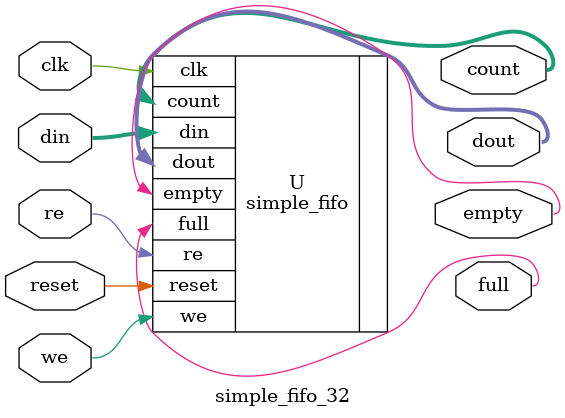
<source format=v>
`default_nettype none

module simple_fifo_32 #(parameter WIDTH = 32, parameter DEPTH = 20)
   (
    input wire 		   clk,
    input wire 		   reset,
   
    input wire 		   we,
    input wire [WIDTH-1:0] din,
    input wire 		   re,
    //output reg [WIDTH-1:0] dout,
    output wire [WIDTH-1:0] dout,
    output wire		   empty,
    output wire		   full,
    output wire [WIDTH-1:0] count
    );
   
    simple_fifo#(.WIDTH(WIDTH), .DEPTH(DEPTH)) U(
	.clk(clk),
	.reset(reset),
	.we(we),
	.din(din),
	.re(re),
	.dout(dout),
	.empty(empty),
	.full(full),
	.count(count)
    );
	
endmodule
`default_nettype wire

</source>
